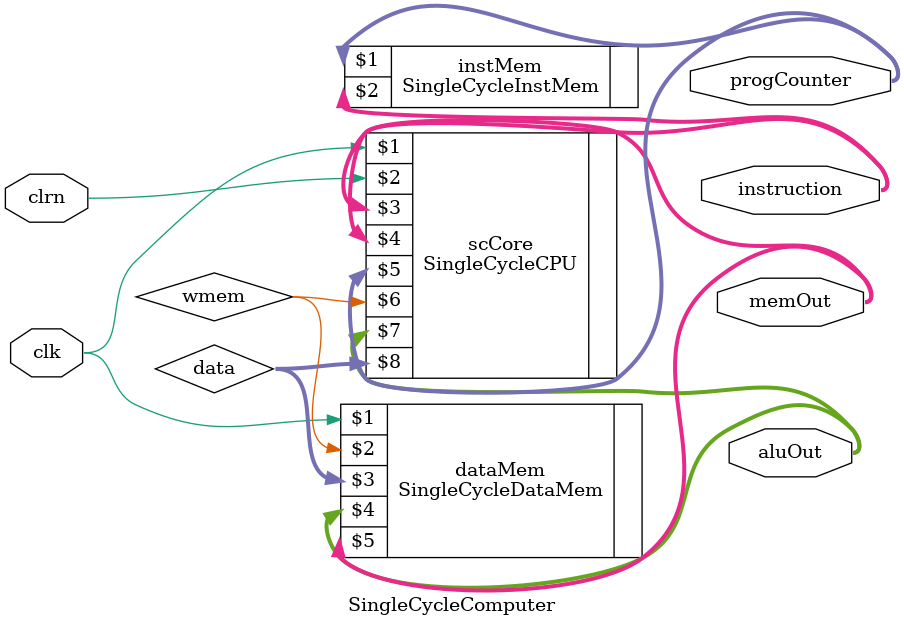
<source format=v>

`timescale 1ns / 1ps

module SingleCycleComputer(input clk,   // Clock
                           input clrn,  // Reset (Active-Low)
                           output [31:0] progCounter,   // Program Counter
                           output [31:0] instruction,   // Instruction
                           output [31:0] aluOut,        // ALU Output
                           output [31:0] memOut);       // Data Memory Output
                           
    wire [31:0] data;   // Data to data memory
    wire        wmem;   // Write to data memory
    
    // CPU Core
    SingleCycleCPU scCore(clk, clrn, instruction, memOut, progCounter, wmem, aluOut, data);
    
    // Instruction Memory 
    SingleCycleInstMem instMem(progCounter, instruction);
    
    // Data Memory                                   
    SingleCycleDataMem dataMem(clk, wmem, data, aluOut, memOut);
                       
endmodule

</source>
